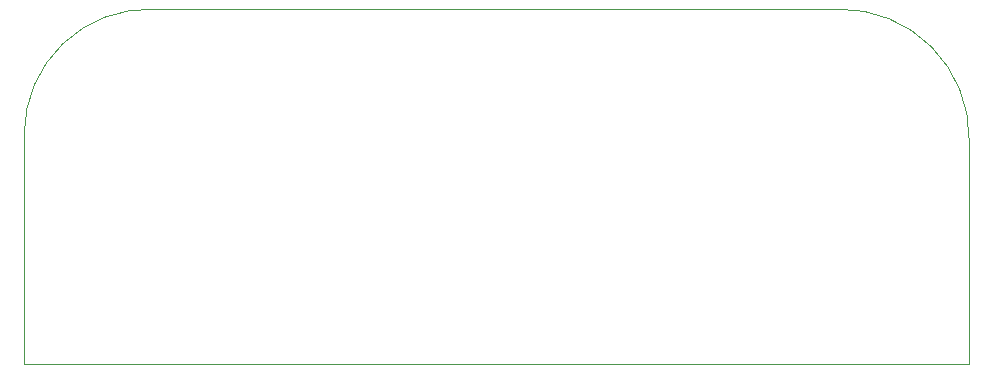
<source format=gbr>
%TF.GenerationSoftware,KiCad,Pcbnew,8.0.1*%
%TF.CreationDate,2024-03-24T13:46:44+02:00*%
%TF.ProjectId,EEE3088F Sensing Subsystem Project,45454533-3038-4384-9620-53656e73696e,rev?*%
%TF.SameCoordinates,Original*%
%TF.FileFunction,Profile,NP*%
%FSLAX46Y46*%
G04 Gerber Fmt 4.6, Leading zero omitted, Abs format (unit mm)*
G04 Created by KiCad (PCBNEW 8.0.1) date 2024-03-24 13:46:44*
%MOMM*%
%LPD*%
G01*
G04 APERTURE LIST*
%TA.AperFunction,Profile*%
%ADD10C,0.100000*%
%TD*%
G04 APERTURE END LIST*
D10*
X58000000Y-113000000D02*
X116000000Y-113000000D01*
X47000000Y-143000000D02*
X47000000Y-123500000D01*
X127000000Y-143000000D02*
X47000000Y-143000000D01*
X127000000Y-124000000D02*
X127000000Y-143000000D01*
X116000000Y-113000000D02*
G75*
G02*
X126999999Y-124000000I117495J-10882504D01*
G01*
X47000000Y-123500000D02*
G75*
G02*
X58000000Y-112999999I10572354J-63894D01*
G01*
M02*

</source>
